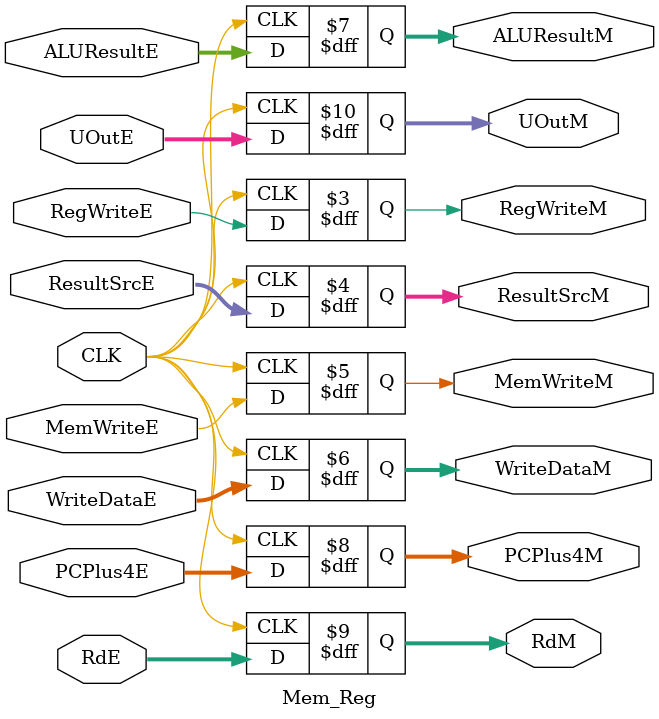
<source format=v>
`default_nettype none

module Mem_Reg (
    //input
    input CLK,              //clock

    //control part
    input RegWriteE,
    input [1:0] ResultSrcE,
    input MemWriteE,

    //instruction or Pc inputs
    input [31:0] PCPlus4E,
    input [4:0] RdE,
    input [31:0] UOutE,

    //ALU and register data
    input [31:0] WriteDataE,
    input [31:0] ALUResultE,


    //Control part output
    output reg RegWriteM,
    output reg [1:0] ResultSrcM,
    output reg MemWriteM,

    //ALU and register data output
    output reg [31:0] WriteDataM,       
    output reg [31:0] ALUResultM,       

    //instruction or Pc inputs
    output reg [31:0] PCPlus4M,
    output reg [4:0] RdM,
    output reg [31:0] UOutM
    

);

initial begin
        RegWriteM = 0;
        ResultSrcM = 0;
        MemWriteM = 0;
        WriteDataM =0;
        ALUResultM = 0;
        UOutM = 0;

        RdM = 0;
        PCPlus4M = 0;
end

always @(posedge CLK) begin
    
    RegWriteM <= RegWriteE;
    ResultSrcM <= ResultSrcE;
    MemWriteM <= MemWriteE;
    ALUResultM <= ALUResultE;
    WriteDataM <= WriteDataE;
    UOutM <= UOutE;

    RdM <= RdE;
    PCPlus4M <= PCPlus4E;
   

end

endmodule

</source>
